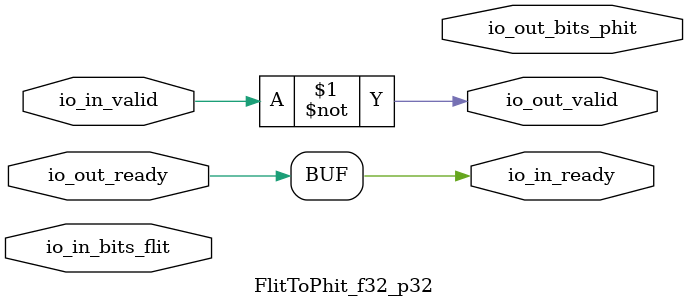
<source format=sv>
module FlitToPhit_f32_p32(	// @[generators/testchipip/src/main/scala/serdes/Serdes.scala:71:7]
  output        io_in_ready,	// @[generators/testchipip/src/main/scala/serdes/Serdes.scala:73:14]
  input         io_in_valid,	// @[generators/testchipip/src/main/scala/serdes/Serdes.scala:73:14]
  input  [31:0] io_in_bits_flit,	// @[generators/testchipip/src/main/scala/serdes/Serdes.scala:73:14]
  input         io_out_ready,	// @[generators/testchipip/src/main/scala/serdes/Serdes.scala:73:14]
  output        io_out_valid,	// @[generators/testchipip/src/main/scala/serdes/Serdes.scala:73:14]
  output [31:0] io_out_bits_phit	// @[generators/testchipip/src/main/scala/serdes/Serdes.scala:73:14]
);

  assign io_in_ready = io_out_ready;	// @[generators/testchipip/src/main/scala/serdes/Serdes.scala:71:7]
  assign io_out_valid = ~io_in_valid;
endmodule


</source>
